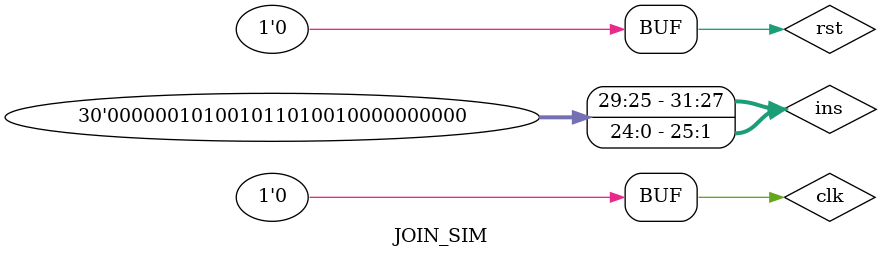
<source format=v>
`timescale 1ns / 100ps

module JOIN_SIM();
`include "common_param.vh"
reg clk, rst;
reg [31:0] ins;
//wire [31:0] rdata1, rdata2, ed32;

JOIN j0(
    .CLK(clk),
    .RST(rst),
    .Ins(ins)
);


always begin
        clk = 1;
  #0.8  clk = 0;
  #0.8;
end

initial begin
    rst = 0;
    //wdata = 32'd0;8
    ins[31:26] = R_FORM;//op
    ins[25:21] = 5'd10;//t2
    ins[20:16] = 5'd11;//t3
    ins[15:11] = 5'd9;//t1
    ins[10:6] = 5'd0;
    ins[5:0] = ADD;//func
end






endmodule
</source>
